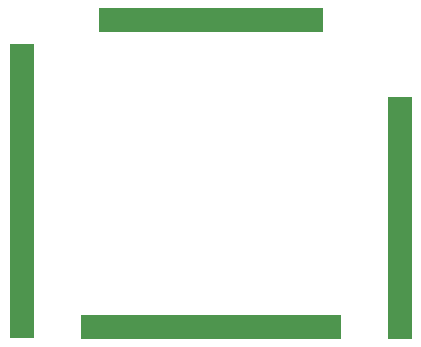
<source format=gbs>
G04*
G04 #@! TF.GenerationSoftware,Altium Limited,Altium Designer,21.6.1 (37)*
G04*
G04 Layer_Color=16711935*
%FSLAX25Y25*%
%MOIN*%
G70*
G04*
G04 #@! TF.SameCoordinates,378A9775-3A77-4BA1-8480-AFC072C74D39*
G04*
G04*
G04 #@! TF.FilePolarity,Negative*
G04*
G01*
G75*
%ADD38R,0.74803X0.07874*%
%ADD39R,0.07874X0.98425*%
%ADD40R,0.86614X0.07874*%
%ADD41R,0.07874X0.80709*%
D38*
X74803Y114173D02*
D03*
D39*
X11811Y57087D02*
D03*
D40*
X74803Y11811D02*
D03*
D41*
X137795Y48228D02*
D03*
M02*

</source>
